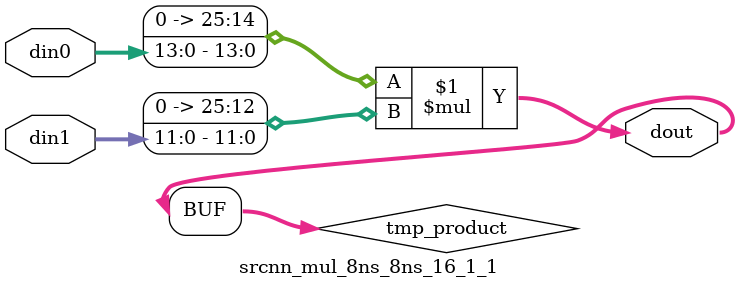
<source format=v>

`timescale 1 ns / 1 ps

  module srcnn_mul_8ns_8ns_16_1_1(din0, din1, dout);
parameter ID = 1;
parameter NUM_STAGE = 0;
parameter din0_WIDTH = 14;
parameter din1_WIDTH = 12;
parameter dout_WIDTH = 26;

input [din0_WIDTH - 1 : 0] din0; 
input [din1_WIDTH - 1 : 0] din1; 
output [dout_WIDTH - 1 : 0] dout;

wire signed [dout_WIDTH - 1 : 0] tmp_product;










assign tmp_product = $signed({1'b0, din0}) * $signed({1'b0, din1});











assign dout = tmp_product;







endmodule

</source>
